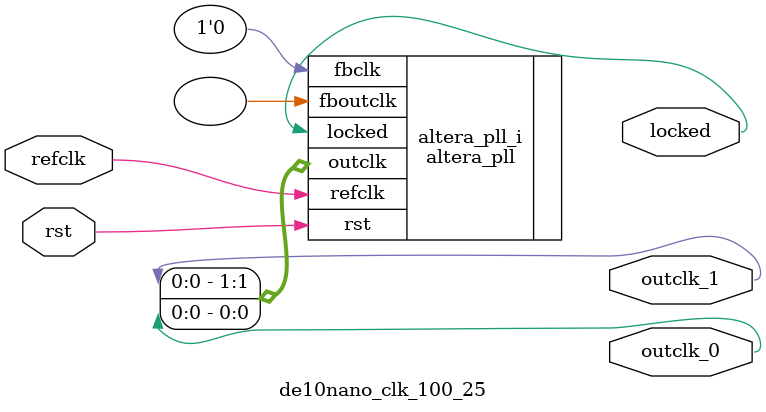
<source format=v>
`timescale 1ns/10ps

module  de10nano_clk_100_25(
	// interface 'refclk'
	input refclk,
	// interface 'reset'
	input rst,
	// interface 'outclk0'
	output outclk_0,
	// interface 'outclk1'
	output outclk_1,
	// interface 'locked'
	output locked
);

	altera_pll #(
		.fractional_vco_multiplier("true"),
		.reference_clock_frequency("50.0 MHz"),
		.operation_mode("direct"),
		.number_of_clocks(2),
		.output_clock_frequency0("100.000000 MHz"),
		.phase_shift0("5000 ps"),
		.duty_cycle0(50),
		.output_clock_frequency1("25.000000 MHz"),
		.phase_shift1("0 ps"),
		.duty_cycle1(50),
		.output_clock_frequency2("0 MHz"),
		.phase_shift2("0 ps"),
		.duty_cycle2(50),
		.output_clock_frequency3("0 MHz"),
		.phase_shift3("0 ps"),
		.duty_cycle3(50),
		.output_clock_frequency4("0 MHz"),
		.phase_shift4("0 ps"),
		.duty_cycle4(50),
		.output_clock_frequency5("0 MHz"),
		.phase_shift5("0 ps"),
		.duty_cycle5(50),
		.output_clock_frequency6("0 MHz"),
		.phase_shift6("0 ps"),
		.duty_cycle6(50),
		.output_clock_frequency7("0 MHz"),
		.phase_shift7("0 ps"),
		.duty_cycle7(50),
		.output_clock_frequency8("0 MHz"),
		.phase_shift8("0 ps"),
		.duty_cycle8(50),
		.output_clock_frequency9("0 MHz"),
		.phase_shift9("0 ps"),
		.duty_cycle9(50),
		.output_clock_frequency10("0 MHz"),
		.phase_shift10("0 ps"),
		.duty_cycle10(50),
		.output_clock_frequency11("0 MHz"),
		.phase_shift11("0 ps"),
		.duty_cycle11(50),
		.output_clock_frequency12("0 MHz"),
		.phase_shift12("0 ps"),
		.duty_cycle12(50),
		.output_clock_frequency13("0 MHz"),
		.phase_shift13("0 ps"),
		.duty_cycle13(50),
		.output_clock_frequency14("0 MHz"),
		.phase_shift14("0 ps"),
		.duty_cycle14(50),
		.output_clock_frequency15("0 MHz"),
		.phase_shift15("0 ps"),
		.duty_cycle15(50),
		.output_clock_frequency16("0 MHz"),
		.phase_shift16("0 ps"),
		.duty_cycle16(50),
		.output_clock_frequency17("0 MHz"),
		.phase_shift17("0 ps"),
		.duty_cycle17(50),
		.pll_type("General"),
		.pll_subtype("General")
	) altera_pll_i (
		.rst	(rst),
		.outclk	({outclk_1, outclk_0}),
		.locked	(locked),
		.fboutclk	( ),
		.fbclk	(1'b0),
		.refclk	(refclk)
	);
endmodule


</source>
